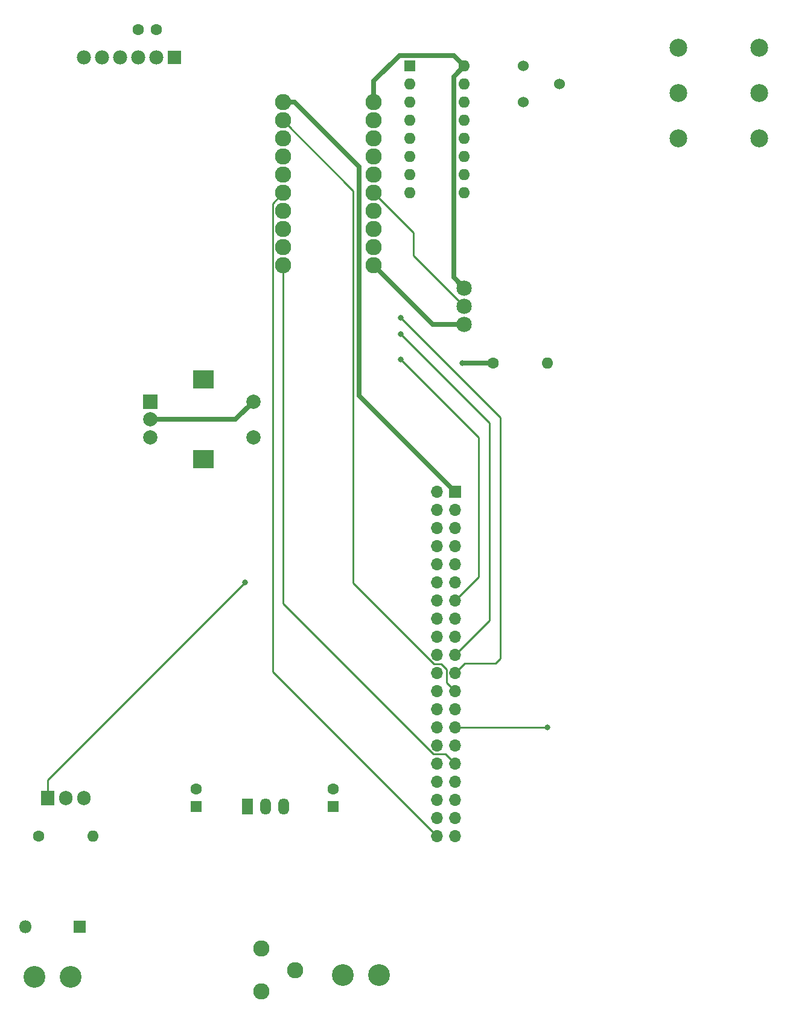
<source format=gbr>
%TF.GenerationSoftware,KiCad,Pcbnew,6.0.3-a3aad9c10e~116~ubuntu20.04.1*%
%TF.CreationDate,2022-03-20T21:21:38-04:00*%
%TF.ProjectId,ProtoPi-Board,50726f74-6f50-4692-9d42-6f6172642e6b,rev?*%
%TF.SameCoordinates,PX68290a0PY76b1be0*%
%TF.FileFunction,Copper,L2,Bot*%
%TF.FilePolarity,Positive*%
%FSLAX46Y46*%
G04 Gerber Fmt 4.6, Leading zero omitted, Abs format (unit mm)*
G04 Created by KiCad (PCBNEW 6.0.3-a3aad9c10e~116~ubuntu20.04.1) date 2022-03-20 21:21:38*
%MOMM*%
%LPD*%
G01*
G04 APERTURE LIST*
%TA.AperFunction,ComponentPad*%
%ADD10C,2.500000*%
%TD*%
%TA.AperFunction,ComponentPad*%
%ADD11C,1.600000*%
%TD*%
%TA.AperFunction,ComponentPad*%
%ADD12O,1.600000X1.600000*%
%TD*%
%TA.AperFunction,ComponentPad*%
%ADD13C,2.286000*%
%TD*%
%TA.AperFunction,ComponentPad*%
%ADD14R,1.800000X1.800000*%
%TD*%
%TA.AperFunction,ComponentPad*%
%ADD15O,1.800000X1.800000*%
%TD*%
%TA.AperFunction,ComponentPad*%
%ADD16R,1.600000X1.600000*%
%TD*%
%TA.AperFunction,ComponentPad*%
%ADD17C,3.048000*%
%TD*%
%TA.AperFunction,ComponentPad*%
%ADD18R,2.000000X2.000000*%
%TD*%
%TA.AperFunction,ComponentPad*%
%ADD19C,2.000000*%
%TD*%
%TA.AperFunction,ComponentPad*%
%ADD20R,3.000000X2.500000*%
%TD*%
%TA.AperFunction,ComponentPad*%
%ADD21C,1.524000*%
%TD*%
%TA.AperFunction,ComponentPad*%
%ADD22C,2.159000*%
%TD*%
%TA.AperFunction,ComponentPad*%
%ADD23R,1.700000X1.700000*%
%TD*%
%TA.AperFunction,ComponentPad*%
%ADD24O,1.700000X1.700000*%
%TD*%
%TA.AperFunction,ComponentPad*%
%ADD25R,1.905000X2.000000*%
%TD*%
%TA.AperFunction,ComponentPad*%
%ADD26O,1.905000X2.000000*%
%TD*%
%TA.AperFunction,ComponentPad*%
%ADD27R,1.981200X1.981200*%
%TD*%
%TA.AperFunction,ComponentPad*%
%ADD28C,1.981200*%
%TD*%
%TA.AperFunction,ComponentPad*%
%ADD29R,1.500000X2.300000*%
%TD*%
%TA.AperFunction,ComponentPad*%
%ADD30O,1.500000X2.300000*%
%TD*%
%TA.AperFunction,ViaPad*%
%ADD31C,0.812800*%
%TD*%
%TA.AperFunction,Conductor*%
%ADD32C,0.635000*%
%TD*%
%TA.AperFunction,Conductor*%
%ADD33C,0.254000*%
%TD*%
G04 APERTURE END LIST*
D10*
%TO.P,SW3,1,A*%
%TO.N,Net-(J3-Pad27)*%
X40132000Y90170000D03*
%TO.P,SW3,2,B*%
%TO.N,GND*%
X40132000Y77470000D03*
%TO.P,SW3,3*%
%TO.N,N/C*%
X28732000Y90170000D03*
%TO.P,SW3,4*%
X28732000Y77470000D03*
%TO.P,SW3,5*%
X40132000Y83820000D03*
%TO.P,SW3,6*%
X28732000Y83820000D03*
%TD*%
D11*
%TO.P,R1,1*%
%TO.N,/MOTOR_3V3*%
X-60960000Y-20320000D03*
D12*
%TO.P,R1,2*%
%TO.N,GND*%
X-53340000Y-20320000D03*
%TD*%
D13*
%TO.P,J2,1*%
%TO.N,+12V*%
X-29718000Y-36068000D03*
%TO.P,J2,2*%
%TO.N,GND*%
X-29718000Y-42068001D03*
%TO.P,J2,3*%
%TO.N,N/C*%
X-25018000Y-39068000D03*
%TD*%
D14*
%TO.P,D1,1,K*%
%TO.N,+12V*%
X-55245000Y-33020000D03*
D15*
%TO.P,D1,2,A*%
%TO.N,/MOTOR-*%
X-62865000Y-33020000D03*
%TD*%
D13*
%TO.P,U3,1,VCCA*%
%TO.N,+3V3*%
X-26670000Y82550000D03*
%TO.P,U3,2,A1*%
%TO.N,/CLK_3V3*%
X-26670000Y80010000D03*
%TO.P,U3,3,A2*%
%TO.N,/MISO_3V3*%
X-26670000Y77470000D03*
%TO.P,U3,4,A3*%
%TO.N,/MOSI_3V3*%
X-26670000Y74930000D03*
%TO.P,U3,5,A4*%
%TO.N,/~{CS_3V3}*%
X-26670000Y72390000D03*
%TO.P,U3,6,A5*%
%TO.N,/NEO_DATA_3V3*%
X-26670000Y69850000D03*
%TO.P,U3,7,A6*%
%TO.N,unconnected-(U3-Pad7)*%
X-26670000Y67310000D03*
%TO.P,U3,8,A7*%
%TO.N,unconnected-(U3-Pad8)*%
X-26670000Y64770000D03*
%TO.P,U3,9,A8*%
%TO.N,unconnected-(U3-Pad9)*%
X-26670000Y62230000D03*
%TO.P,U3,10,OE*%
%TO.N,/TXB_OE*%
X-26670000Y59690000D03*
%TO.P,U3,11,GND*%
%TO.N,GND*%
X-13970000Y59690000D03*
%TO.P,U3,12,B8*%
%TO.N,unconnected-(U3-Pad12)*%
X-13970000Y62230000D03*
%TO.P,U3,13,B7*%
%TO.N,unconnected-(U3-Pad13)*%
X-13970000Y64770000D03*
%TO.P,U3,14,B6*%
%TO.N,unconnected-(U3-Pad14)*%
X-13970000Y67310000D03*
%TO.P,U3,15,B5*%
%TO.N,/NEO_DATA_5V*%
X-13970000Y69850000D03*
%TO.P,U3,16,B4*%
%TO.N,/~{CS_5V}*%
X-13970000Y72390000D03*
%TO.P,U3,17,B3*%
%TO.N,/MOSI_5V*%
X-13970000Y74930000D03*
%TO.P,U3,18,B2*%
%TO.N,/MISO_5V*%
X-13970000Y77470000D03*
%TO.P,U3,19,B1*%
%TO.N,/CLK_5V*%
X-13970000Y80010000D03*
%TO.P,U3,20,VCCB*%
%TO.N,+5V*%
X-13970000Y82550000D03*
%TD*%
D16*
%TO.P,U4,1,CH0*%
%TO.N,/A_CH0*%
X-8880000Y87615000D03*
D12*
%TO.P,U4,2,CH1*%
%TO.N,unconnected-(U4-Pad2)*%
X-8880000Y85075000D03*
%TO.P,U4,3,CH2*%
%TO.N,unconnected-(U4-Pad3)*%
X-8880000Y82535000D03*
%TO.P,U4,4,CH3*%
%TO.N,unconnected-(U4-Pad4)*%
X-8880000Y79995000D03*
%TO.P,U4,5,CH4*%
%TO.N,unconnected-(U4-Pad5)*%
X-8880000Y77455000D03*
%TO.P,U4,6,CH5*%
%TO.N,unconnected-(U4-Pad6)*%
X-8880000Y74915000D03*
%TO.P,U4,7,CH6*%
%TO.N,unconnected-(U4-Pad7)*%
X-8880000Y72375000D03*
%TO.P,U4,8,CH7*%
%TO.N,unconnected-(U4-Pad8)*%
X-8880000Y69835000D03*
%TO.P,U4,9,DGND*%
%TO.N,GND*%
X-1260000Y69835000D03*
%TO.P,U4,10,~{CS}/SHDN*%
%TO.N,/~{CS_5V}*%
X-1260000Y72375000D03*
%TO.P,U4,11,Din*%
%TO.N,/MOSI_5V*%
X-1260000Y74915000D03*
%TO.P,U4,12,Dout*%
%TO.N,/MISO_5V*%
X-1260000Y77455000D03*
%TO.P,U4,13,CLK*%
%TO.N,/CLK_5V*%
X-1260000Y79995000D03*
%TO.P,U4,14,AGND*%
%TO.N,GND*%
X-1260000Y82535000D03*
%TO.P,U4,15,Vref*%
%TO.N,/A_REF*%
X-1260000Y85075000D03*
%TO.P,U4,16,Vdd*%
%TO.N,+5V*%
X-1260000Y87615000D03*
%TD*%
D17*
%TO.P,M1,1,+*%
%TO.N,+12V*%
X-56515000Y-40005000D03*
%TO.P,M1,2,-*%
%TO.N,/MOTOR-*%
X-61595000Y-40005000D03*
%TD*%
D18*
%TO.P,SW1,A,A*%
%TO.N,/SW_ROTA*%
X-45350000Y40600000D03*
D19*
%TO.P,SW1,B,B*%
%TO.N,/SW_ROTB*%
X-45350000Y35600000D03*
%TO.P,SW1,C,C*%
%TO.N,GND*%
X-45350000Y38100000D03*
D20*
%TO.P,SW1,MP*%
%TO.N,N/C*%
X-37850000Y32500000D03*
X-37850000Y43700000D03*
D19*
%TO.P,SW1,S1,S1*%
%TO.N,GND*%
X-30850000Y40600000D03*
%TO.P,SW1,S2,S2*%
%TO.N,/SW_PRESS*%
X-30850000Y35600000D03*
%TD*%
D21*
%TO.P,R2,1,1*%
%TO.N,+5V*%
X6985000Y87630000D03*
%TO.P,R2,2,2*%
%TO.N,/A_REF*%
X12065000Y85090000D03*
%TO.P,R2,3,3*%
%TO.N,GND*%
X6985000Y82550000D03*
%TD*%
D22*
%TO.P,J1,1,+5V*%
%TO.N,+5V*%
X-1270000Y56515000D03*
%TO.P,J1,2,Data_Input*%
%TO.N,/NEO_DATA_5V*%
X-1270000Y53975000D03*
%TO.P,J1,3,GND*%
%TO.N,GND*%
X-1270000Y51435000D03*
%TD*%
D11*
%TO.P,R3,1*%
%TO.N,+3V3*%
X2794000Y45974000D03*
D12*
%TO.P,R3,2*%
%TO.N,Net-(J3-Pad27)*%
X10414000Y45974000D03*
%TD*%
D16*
%TO.P,C3,1*%
%TO.N,+5V*%
X-19685000Y-16191113D03*
D11*
%TO.P,C3,2*%
%TO.N,GND*%
X-19685000Y-13691113D03*
%TD*%
D17*
%TO.P,SW2,1,A*%
%TO.N,Net-(J3-Pad27)*%
X-13208000Y-39733500D03*
%TO.P,SW2,2,B*%
%TO.N,GND*%
X-18288000Y-39733500D03*
%TD*%
D23*
%TO.P,J3,1,3V3*%
%TO.N,+3V3*%
X-2540000Y27940000D03*
D24*
%TO.P,J3,2,5V*%
%TO.N,unconnected-(J3-Pad2)*%
X-5080000Y27940000D03*
%TO.P,J3,3,SDA/GPIO2*%
%TO.N,unconnected-(J3-Pad3)*%
X-2540000Y25400000D03*
%TO.P,J3,4,5V*%
%TO.N,unconnected-(J3-Pad4)*%
X-5080000Y25400000D03*
%TO.P,J3,5,SCL/GPIO3*%
%TO.N,unconnected-(J3-Pad5)*%
X-2540000Y22860000D03*
%TO.P,J3,6,GND*%
%TO.N,GND*%
X-5080000Y22860000D03*
%TO.P,J3,7,GCLK0/GPIO4*%
%TO.N,unconnected-(J3-Pad7)*%
X-2540000Y20320000D03*
%TO.P,J3,8,GPIO14/TXD*%
%TO.N,/SW_ROTA*%
X-5080000Y20320000D03*
%TO.P,J3,9,GND*%
%TO.N,unconnected-(J3-Pad9)*%
X-2540000Y17780000D03*
%TO.P,J3,10,GPIO15/RXD*%
%TO.N,/SW_ROTB*%
X-5080000Y17780000D03*
%TO.P,J3,11,GPIO17*%
%TO.N,unconnected-(J3-Pad11)*%
X-2540000Y15240000D03*
%TO.P,J3,12,GPIO18/PWM0*%
%TO.N,/MOTOR_3V3*%
X-5080000Y15240000D03*
%TO.P,J3,13,GPIO27*%
%TO.N,/~{CS_3V3}*%
X-2540000Y12700000D03*
%TO.P,J3,14,GND*%
%TO.N,unconnected-(J3-Pad14)*%
X-5080000Y12700000D03*
%TO.P,J3,15,GPIO22*%
%TO.N,unconnected-(J3-Pad15)*%
X-2540000Y10160000D03*
%TO.P,J3,16,GPIO23*%
%TO.N,unconnected-(J3-Pad16)*%
X-5080000Y10160000D03*
%TO.P,J3,17,3V3*%
%TO.N,unconnected-(J3-Pad17)*%
X-2540000Y7620000D03*
%TO.P,J3,18,GPIO24*%
%TO.N,unconnected-(J3-Pad18)*%
X-5080000Y7620000D03*
%TO.P,J3,19,MOSI0/GPIO10*%
%TO.N,/MOSI_3V3*%
X-2540000Y5080000D03*
%TO.P,J3,20,GND*%
%TO.N,unconnected-(J3-Pad20)*%
X-5080000Y5080000D03*
%TO.P,J3,21,MISO0/GPIO9*%
%TO.N,/MISO_3V3*%
X-2540000Y2540000D03*
%TO.P,J3,22,GPIO25*%
%TO.N,unconnected-(J3-Pad22)*%
X-5080000Y2540000D03*
%TO.P,J3,23,SCLK0/GPIO11*%
%TO.N,/CLK_3V3*%
X-2540000Y0D03*
%TO.P,J3,24,~{CE0}/GPIO8*%
%TO.N,unconnected-(J3-Pad24)*%
X-5080000Y0D03*
%TO.P,J3,25,GND*%
%TO.N,unconnected-(J3-Pad25)*%
X-2540000Y-2540000D03*
%TO.P,J3,26,~{CE1}/GPIO7*%
%TO.N,unconnected-(J3-Pad26)*%
X-5080000Y-2540000D03*
%TO.P,J3,27,ID_SD/GPIO0*%
%TO.N,Net-(J3-Pad27)*%
X-2540000Y-5080000D03*
%TO.P,J3,28,ID_SC/GPIO1*%
%TO.N,unconnected-(J3-Pad28)*%
X-5080000Y-5080000D03*
%TO.P,J3,29,GCLK1/GPIO5*%
%TO.N,unconnected-(J3-Pad29)*%
X-2540000Y-7620000D03*
%TO.P,J3,30,GND*%
%TO.N,unconnected-(J3-Pad30)*%
X-5080000Y-7620000D03*
%TO.P,J3,31,GCLK2/GPIO6*%
%TO.N,/TXB_OE*%
X-2540000Y-10160000D03*
%TO.P,J3,32,PWM0/GPIO12*%
%TO.N,unconnected-(J3-Pad32)*%
X-5080000Y-10160000D03*
%TO.P,J3,33,PWM1/GPIO13*%
%TO.N,unconnected-(J3-Pad33)*%
X-2540000Y-12700000D03*
%TO.P,J3,34,GND*%
%TO.N,unconnected-(J3-Pad34)*%
X-5080000Y-12700000D03*
%TO.P,J3,35,GPIO19/MISO1*%
%TO.N,unconnected-(J3-Pad35)*%
X-2540000Y-15240000D03*
%TO.P,J3,36,GPIO16*%
%TO.N,/SW_PRESS*%
X-5080000Y-15240000D03*
%TO.P,J3,37,GPIO26*%
%TO.N,unconnected-(J3-Pad37)*%
X-2540000Y-17780000D03*
%TO.P,J3,38,GPIO20/MOSI1*%
%TO.N,unconnected-(J3-Pad38)*%
X-5080000Y-17780000D03*
%TO.P,J3,39,GND*%
%TO.N,unconnected-(J3-Pad39)*%
X-2540000Y-20320000D03*
%TO.P,J3,40,GPIO21/SCLK1*%
%TO.N,/NEO_DATA_3V3*%
X-5080000Y-20320000D03*
%TD*%
D25*
%TO.P,Q1,1,G*%
%TO.N,/MOTOR_3V3*%
X-59690000Y-14945000D03*
D26*
%TO.P,Q1,2,D*%
%TO.N,/MOTOR-*%
X-57150000Y-14945000D03*
%TO.P,Q1,3,S*%
%TO.N,GND*%
X-54610000Y-14945000D03*
%TD*%
D16*
%TO.P,C2,1*%
%TO.N,+12V*%
X-38862000Y-16191113D03*
D11*
%TO.P,C2,2*%
%TO.N,GND*%
X-38862000Y-13691113D03*
%TD*%
D27*
%TO.P,U2,1,Vout*%
%TO.N,/A_CH0*%
X-41948100Y88823800D03*
D28*
%TO.P,U2,2,GND*%
%TO.N,GND*%
X-44488100Y88823800D03*
%TO.P,U2,3,VCC*%
%TO.N,+5V*%
X-47028100Y88823800D03*
%TO.P,U2,4,V1*%
%TO.N,unconnected-(U2-Pad4)*%
X-49568100Y88823800D03*
%TO.P,U2,5,V2*%
%TO.N,unconnected-(U2-Pad5)*%
X-52108100Y88823800D03*
%TO.P,U2,6,V_Ex*%
%TO.N,unconnected-(U2-Pad6)*%
X-54648100Y88823800D03*
%TD*%
D11*
%TO.P,C1,1*%
%TO.N,+5V*%
X-46990000Y92710000D03*
%TO.P,C1,2*%
%TO.N,GND*%
X-44490000Y92710000D03*
%TD*%
D29*
%TO.P,U1,1,IN*%
%TO.N,+12V*%
X-31657000Y-16177500D03*
D30*
%TO.P,U1,2,GND*%
%TO.N,GND*%
X-29117000Y-16177500D03*
%TO.P,U1,3,OUT*%
%TO.N,+5V*%
X-26577000Y-16177500D03*
%TD*%
D31*
%TO.N,+3V3*%
X-1524000Y45974000D03*
%TO.N,/MOTOR_3V3*%
X-32004000Y15240000D03*
%TO.N,/~{CS_3V3}*%
X-10160000Y46482000D03*
%TO.N,/MOSI_3V3*%
X-10160000Y50038000D03*
%TO.N,/MISO_3V3*%
X-10160000Y52324000D03*
%TO.N,Net-(J3-Pad27)*%
X10414000Y-5080000D03*
%TD*%
D32*
%TO.N,+5V*%
X-2758011Y89113011D02*
X-1260000Y87615000D01*
X-2758011Y86116989D02*
X-2758011Y58003011D01*
X-2758011Y58003011D02*
X-1270000Y56515000D01*
X-13970000Y82550000D02*
X-13970000Y85521022D01*
X-10378011Y89113011D02*
X-2758011Y89113011D01*
X-13970000Y85521022D02*
X-10378011Y89113011D01*
X-1260000Y87615000D02*
X-2758011Y86116989D01*
%TO.N,GND*%
X-5715000Y51435000D02*
X-13970000Y59690000D01*
X-33350000Y38100000D02*
X-30850000Y40600000D01*
X-45350000Y38100000D02*
X-33350000Y38100000D01*
X-1270000Y51435000D02*
X-5715000Y51435000D01*
D33*
%TO.N,/NEO_DATA_5V*%
X-8382000Y64262000D02*
X-13970000Y69850000D01*
X-1270000Y53975000D02*
X-8382000Y61087000D01*
X-8382000Y61087000D02*
X-8382000Y64262000D01*
D32*
%TO.N,+3V3*%
X-16002000Y41402000D02*
X-2540000Y27940000D01*
X-1524000Y45974000D02*
X2794000Y45974000D01*
X-25053554Y82550000D02*
X-16002000Y73498446D01*
X-16002000Y73498446D02*
X-16002000Y41402000D01*
X-26670000Y82550000D02*
X-25053554Y82550000D01*
D33*
%TO.N,/MOTOR_3V3*%
X-59690000Y-12446000D02*
X-59690000Y-14945000D01*
X-32004000Y15240000D02*
X-59690000Y-12446000D01*
%TO.N,/~{CS_3V3}*%
X762000Y35052000D02*
X762000Y35560000D01*
X762000Y35560000D02*
X-3302000Y39624000D01*
X-3302000Y39624000D02*
X-10033000Y46355000D01*
X762000Y16002000D02*
X762000Y35052000D01*
X-2540000Y12700000D02*
X762000Y16002000D01*
X-10033000Y46355000D02*
X-10160000Y46482000D01*
%TO.N,/MOSI_3V3*%
X2286000Y37592000D02*
X2286000Y9906000D01*
X2286000Y9906000D02*
X-2540000Y5080000D01*
X-10160000Y50038000D02*
X2286000Y37592000D01*
%TO.N,/MISO_3V3*%
X3810000Y38354000D02*
X-2540000Y44704000D01*
X3810000Y4826000D02*
X3810000Y38354000D01*
X-1182489Y3897511D02*
X3135511Y3897511D01*
X-2540000Y44704000D02*
X-10160000Y52324000D01*
X3810000Y4572000D02*
X3810000Y4826000D01*
X-2540000Y2540000D02*
X-1182489Y3897511D01*
X3135511Y3897511D02*
X3810000Y4572000D01*
%TO.N,/CLK_3V3*%
X-16827020Y15158656D02*
X-5478364Y3810000D01*
X-3719711Y3028653D02*
X-3719711Y1179711D01*
X-3719711Y1179711D02*
X-2540000Y0D01*
X-5478364Y3810000D02*
X-4501058Y3810000D01*
X-4501058Y3810000D02*
X-3719711Y3028653D01*
X-16827020Y70167020D02*
X-16827020Y15158656D01*
X-26670000Y80010000D02*
X-16827020Y70167020D01*
%TO.N,Net-(J3-Pad27)*%
X10414000Y-5080000D02*
X-2540000Y-5080000D01*
%TO.N,/TXB_OE*%
X-5568653Y-8799711D02*
X-26670000Y12301636D01*
X-3900289Y-8799711D02*
X-5568653Y-8799711D01*
X-2540000Y-10160000D02*
X-3900289Y-8799711D01*
X-26670000Y12301636D02*
X-26670000Y59690000D01*
%TO.N,/NEO_DATA_3V3*%
X-5080000Y-20320000D02*
X-28142711Y2742711D01*
X-28142711Y68377289D02*
X-26670000Y69850000D01*
X-28142711Y2742711D02*
X-28142711Y68377289D01*
%TD*%
M02*

</source>
